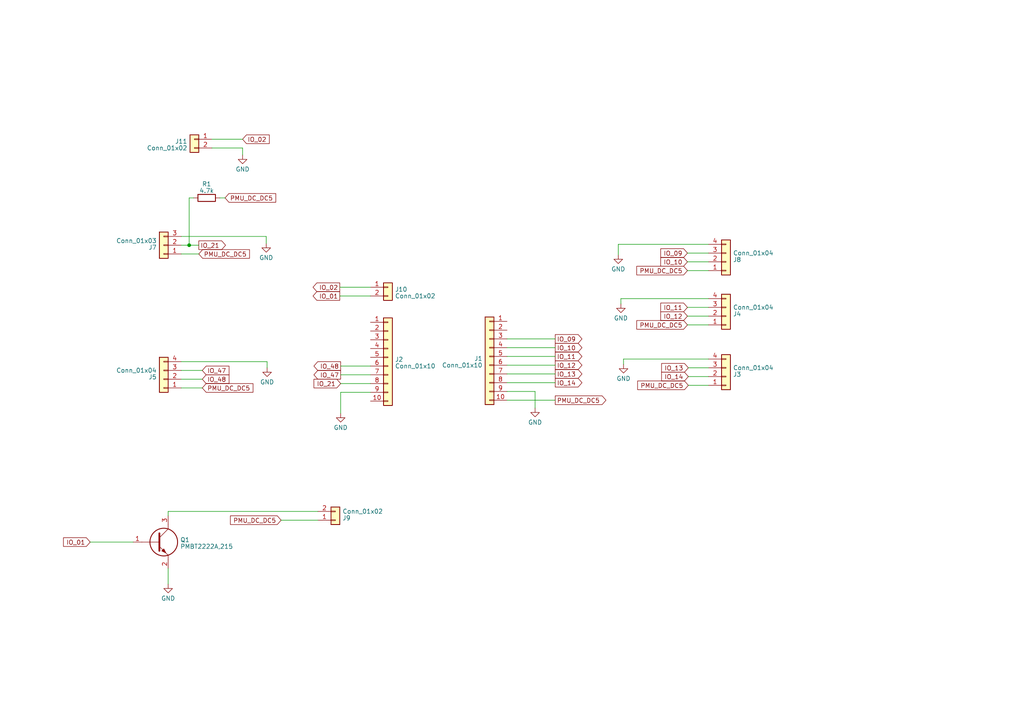
<source format=kicad_sch>
(kicad_sch (version 20230121) (generator eeschema)
  (paper "A4")
  (lib_symbols
    (symbol "Connector_Generic:Conn_01x02" (pin_names (offset 1.016) hide)
      (property "Reference" "J" (at 0 2.54 0))
      (property "Value" "Conn_01x02" (at 0 -5.08 0))
      (symbol "Conn_01x02_1_1"
        (rectangle (start -1.27 -2.413) (end 0 -2.667) (stroke (width 0.1524)))
        (rectangle (start -1.27 0.127) (end 0 -0.127) (stroke (width 0.1524)))
        (rectangle (start -1.27 1.27) (end 1.27 -3.81) (stroke (width 0.254)) (fill (type background)))
        (pin passive line (at -5.08 0 0) (length 3.81) (name "Pin_1") (number "1"))
        (pin passive line (at -5.08 -2.54 0) (length 3.81) (name "Pin_2") (number "2"))
      )
    )
    (symbol "Connector_Generic:Conn_01x03" (pin_names (offset 1.016) hide)
      (property "Reference" "J" (at 0 5.08 0))
      (property "Value" "Conn_01x03" (at 0 -5.08 0))
      (symbol "Conn_01x03_1_1"
        (rectangle (start -1.27 -2.413) (end 0 -2.667) (stroke (width 0.1524)))
        (rectangle (start -1.27 0.127) (end 0 -0.127) (stroke (width 0.1524)))
        (rectangle (start -1.27 2.667) (end 0 2.413) (stroke (width 0.1524)))
        (rectangle (start -1.27 3.81) (end 1.27 -3.81) (stroke (width 0.254)) (fill (type background)))
        (pin passive line (at -5.08 2.54 0) (length 3.81) (name "Pin_1") (number "1"))
        (pin passive line (at -5.08 0 0) (length 3.81) (name "Pin_2") (number "2"))
        (pin passive line (at -5.08 -2.54 0) (length 3.81) (name "Pin_3") (number "3"))
      )
    )
    (symbol "Connector_Generic:Conn_01x04" (pin_names (offset 1.016) hide)
      (property "Reference" "J" (at 0 5.08 0))
      (property "Value" "Conn_01x04" (at 0 -7.62 0))
      (symbol "Conn_01x04_1_1"
        (rectangle (start -1.27 -4.953) (end 0 -5.207) (stroke (width 0.1524)))
        (rectangle (start -1.27 -2.413) (end 0 -2.667) (stroke (width 0.1524)))
        (rectangle (start -1.27 0.127) (end 0 -0.127) (stroke (width 0.1524)))
        (rectangle (start -1.27 2.667) (end 0 2.413) (stroke (width 0.1524)))
        (rectangle (start -1.27 3.81) (end 1.27 -6.35) (stroke (width 0.254)) (fill (type background)))
        (pin passive line (at -5.08 2.54 0) (length 3.81) (name "Pin_1") (number "1"))
        (pin passive line (at -5.08 0 0) (length 3.81) (name "Pin_2") (number "2"))
        (pin passive line (at -5.08 -2.54 0) (length 3.81) (name "Pin_3") (number "3"))
        (pin passive line (at -5.08 -5.08 0) (length 3.81) (name "Pin_4") (number "4"))
      )
    )
    (symbol "Connector_Generic:Conn_01x10" (pin_names (offset 1.016) hide)
      (property "Reference" "J" (at 0 12.7 0))
      (property "Value" "Conn_01x10" (at 0 -15.24 0))
      (symbol "Conn_01x10_1_1"
        (rectangle (start -1.27 -12.573) (end 0 -12.827) (stroke (width 0.1524)))
        (rectangle (start -1.27 -10.033) (end 0 -10.287) (stroke (width 0.1524)))
        (rectangle (start -1.27 -7.493) (end 0 -7.747) (stroke (width 0.1524)))
        (rectangle (start -1.27 -4.953) (end 0 -5.207) (stroke (width 0.1524)))
        (rectangle (start -1.27 -2.413) (end 0 -2.667) (stroke (width 0.1524)))
        (rectangle (start -1.27 0.127) (end 0 -0.127) (stroke (width 0.1524)))
        (rectangle (start -1.27 2.667) (end 0 2.413) (stroke (width 0.1524)))
        (rectangle (start -1.27 5.207) (end 0 4.953) (stroke (width 0.1524)))
        (rectangle (start -1.27 7.747) (end 0 7.493) (stroke (width 0.1524)))
        (rectangle (start -1.27 10.287) (end 0 10.033) (stroke (width 0.1524)))
        (rectangle (start -1.27 11.43) (end 1.27 -13.97) (stroke (width 0.254)) (fill (type background)))
        (pin passive line (at -5.08 10.16 0) (length 3.81) (name "Pin_1") (number "1"))
        (pin passive line (at -5.08 -12.7 0) (length 3.81) (name "Pin_10") (number "10"))
        (pin passive line (at -5.08 7.62 0) (length 3.81) (name "Pin_2") (number "2"))
        (pin passive line (at -5.08 5.08 0) (length 3.81) (name "Pin_3") (number "3"))
        (pin passive line (at -5.08 2.54 0) (length 3.81) (name "Pin_4") (number "4"))
        (pin passive line (at -5.08 0 0) (length 3.81) (name "Pin_5") (number "5"))
        (pin passive line (at -5.08 -2.54 0) (length 3.81) (name "Pin_6") (number "6"))
        (pin passive line (at -5.08 -5.08 0) (length 3.81) (name "Pin_7") (number "7"))
        (pin passive line (at -5.08 -7.62 0) (length 3.81) (name "Pin_8") (number "8"))
        (pin passive line (at -5.08 -10.16 0) (length 3.81) (name "Pin_9") (number "9"))
      )
    )
    (symbol "Device:R" (pin_numbers hide) (pin_names (offset 0))
      (property "Reference" "R" (at 2.032 0 90))
      (property "Value" "R" (at 0 0 90))
      (symbol "R_0_1"
        (rectangle (start -1.016 -2.54) (end 1.016 2.54) (stroke (width 0.254)))
      )
      (symbol "R_1_1"
        (pin passive line (at 0 3.81 270) (length 1.27) (name "~") (number "1"))
        (pin passive line (at 0 -3.81 90) (length 1.27) (name "~") (number "2"))
      )
    )
    (symbol "PMBT2222A_215:PMBT2222A,215" (pin_names (offset 0.762))
      (property "Reference" "Q" (at 13.97 1.27 0))
      (property "Value" "PMBT2222A,215" (at 13.97 -1.27 0))
      (symbol "PMBT2222A,215_0_0"
        (pin passive line (at 0 0 0) (length 2.54) (name "~") (number "1"))
        (pin passive line (at 10.16 -7.62 90) (length 2.54) (name "~") (number "2"))
        (pin passive line (at 10.16 7.62 270) (length 2.54) (name "~") (number "3"))
      )
      (symbol "PMBT2222A,215_0_1"
        (polyline (pts (xy 2.54 0) (xy 7.62 0)) (stroke (width 0.1524)))
        (polyline (pts (xy 7.62 -1.27) (xy 10.16 -3.81)) (stroke (width 0.1524)))
        (polyline (pts (xy 7.62 1.27) (xy 10.16 3.81)) (stroke (width 0.1524)))
        (polyline (pts (xy 7.62 2.54) (xy 7.62 -2.54)) (stroke (width 0.508)))
        (polyline (pts (xy 10.16 -3.81) (xy 10.16 -5.08)) (stroke (width 0.1524)))
        (polyline (pts (xy 10.16 3.81) (xy 10.16 5.08)) (stroke (width 0.1524)))
        (polyline (pts (xy 8.382 -2.54) (xy 8.89 -2.032) (xy 9.398 -3.048) (xy 8.382 -2.54)) (stroke (width 0.254)) (fill (type outline)))
        (circle (center 8.89 0) (radius 4.0132) (stroke (width 0.254)))
      )
    )
    (symbol "power:GND" (power) (pin_names (offset 0))
      (property "Value" "GND" (at 0 -3.81 0))
      (symbol "GND_0_1"
        (polyline (pts (xy 0 0) (xy 0 -1.27) (xy 1.27 -1.27) (xy 0 -2.54) (xy -1.27 -1.27) (xy 0 -1.27)))
      )
      (symbol "GND_1_1"
        (pin power_in line (at 0 0 270) (length 0) hide (name "GND") (number "1"))
      )
    )
  )
  (junction (at 54.864 71.12))
  (wire (pts (xy 147.066 100.838) (xy 161.036 100.838)))
  (wire (pts (xy 180.086 86.614) (xy 180.086 88.138)))
  (wire (pts (xy 54.864 57.404) (xy 54.864 71.12)))
  (wire (pts (xy 179.324 70.866) (xy 179.324 73.914)))
  (wire (pts (xy 199.39 73.406) (xy 205.486 73.406)))
  (wire (pts (xy 70.358 42.926) (xy 61.468 42.926)))
  (wire (pts (xy 98.806 111.252) (xy 107.442 111.252)))
  (wire (pts (xy 98.552 85.852) (xy 107.442 85.852)))
  (wire (pts (xy 147.066 98.298) (xy 161.036 98.298)))
  (wire (pts (xy 63.754 57.404) (xy 65.278 57.404)))
  (wire (pts (xy 205.486 104.14) (xy 180.848 104.14)))
  (wire (pts (xy 98.806 106.172) (xy 107.442 106.172)))
  (wire (pts (xy 81.534 150.876) (xy 92.202 150.876)))
  (wire (pts (xy 52.578 107.442) (xy 58.674 107.442)))
  (wire (pts (xy 98.552 83.312) (xy 107.442 83.312)))
  (wire (pts (xy 56.134 57.404) (xy 54.864 57.404)))
  (wire (pts (xy 199.39 89.154) (xy 205.486 89.154)))
  (wire (pts (xy 147.066 105.918) (xy 161.036 105.918)))
  (wire (pts (xy 98.806 113.792) (xy 98.806 119.888)))
  (wire (pts (xy 199.39 94.234) (xy 205.486 94.234)))
  (wire (pts (xy 52.578 104.902) (xy 77.47 104.902)))
  (wire (pts (xy 52.578 71.12) (xy 54.864 71.12)))
  (wire (pts (xy 52.578 112.522) (xy 58.674 112.522)))
  (wire (pts (xy 70.358 42.926) (xy 70.358 44.958)))
  (wire (pts (xy 98.806 108.712) (xy 107.442 108.712)))
  (wire (pts (xy 147.066 103.378) (xy 161.036 103.378)))
  (wire (pts (xy 199.39 75.946) (xy 205.486 75.946)))
  (wire (pts (xy 199.644 109.22) (xy 205.486 109.22)))
  (wire (pts (xy 52.578 73.66) (xy 57.658 73.66)))
  (wire (pts (xy 155.194 113.538) (xy 155.194 118.364)))
  (wire (pts (xy 77.216 68.58) (xy 77.216 70.612)))
  (wire (pts (xy 48.768 149.606) (xy 48.768 148.336)))
  (wire (pts (xy 205.486 86.614) (xy 180.086 86.614)))
  (wire (pts (xy 52.578 109.982) (xy 58.674 109.982)))
  (wire (pts (xy 147.066 116.078) (xy 161.036 116.078)))
  (wire (pts (xy 199.39 78.486) (xy 205.486 78.486)))
  (wire (pts (xy 54.864 71.12) (xy 57.658 71.12)))
  (wire (pts (xy 48.768 164.846) (xy 48.768 169.418)))
  (wire (pts (xy 199.39 91.694) (xy 205.486 91.694)))
  (wire (pts (xy 147.066 113.538) (xy 155.194 113.538)))
  (wire (pts (xy 180.848 104.14) (xy 180.848 105.664)))
  (wire (pts (xy 38.608 157.226) (xy 26.162 157.226)))
  (wire (pts (xy 147.066 108.458) (xy 161.036 108.458)))
  (wire (pts (xy 77.47 104.902) (xy 77.47 106.68)))
  (wire (pts (xy 147.066 110.998) (xy 161.036 110.998)))
  (wire (pts (xy 52.578 68.58) (xy 77.216 68.58)))
  (wire (pts (xy 199.644 106.68) (xy 205.486 106.68)))
  (wire (pts (xy 205.486 70.866) (xy 179.324 70.866)))
  (wire (pts (xy 48.768 148.336) (xy 92.202 148.336)))
  (wire (pts (xy 70.358 40.386) (xy 61.468 40.386)))
  (wire (pts (xy 98.806 113.792) (xy 107.442 113.792)))
  (wire (pts (xy 199.644 111.76) (xy 205.486 111.76)))
  (global_label "IO_48" (shape input) (at 58.674 109.982 0) (property "Intersheetrefs" "${INTERSHEET_REFS}" (effects hide)))
  (global_label "PMU_DC_DC5" (shape input) (at 58.674 112.522 0) (property "Intersheetrefs" "${INTERSHEET_REFS}" (effects hide)))
  (global_label "IO_14" (shape input) (at 199.644 109.22 180) (property "Intersheetrefs" "${INTERSHEET_REFS}" (effects hide)))
  (global_label "PMU_DC_DC5" (shape input) (at 57.658 73.66 0) (property "Intersheetrefs" "${INTERSHEET_REFS}" (effects hide)))
  (global_label "IO_10" (shape input) (at 199.39 75.946 180) (property "Intersheetrefs" "${INTERSHEET_REFS}" (effects hide)))
  (global_label "IO_14" (shape output) (at 161.036 110.998 0) (property "Intersheetrefs" "${INTERSHEET_REFS}" (effects hide)))
  (global_label "IO_02" (shape output) (at 98.552 83.312 180) (property "Intersheetrefs" "${INTERSHEET_REFS}" (effects hide)))
  (global_label "IO_47" (shape output) (at 98.806 108.712 180) (property "Intersheetrefs" "${INTERSHEET_REFS}" (effects hide)))
  (global_label "PMU_DC_DC5" (shape input) (at 65.278 57.404 0) (property "Intersheetrefs" "${INTERSHEET_REFS}" (effects hide)))
  (global_label "IO_09" (shape input) (at 199.39 73.406 180) (property "Intersheetrefs" "${INTERSHEET_REFS}" (effects hide)))
  (global_label "IO_01" (shape input) (at 26.162 157.226 180) (property "Intersheetrefs" "${INTERSHEET_REFS}" (effects hide)))
  (global_label "IO_11" (shape input) (at 199.39 89.154 180) (property "Intersheetrefs" "${INTERSHEET_REFS}" (effects hide)))
  (global_label "PMU_DC_DC5" (shape input) (at 81.534 150.876 180) (property "Intersheetrefs" "${INTERSHEET_REFS}" (effects hide)))
  (global_label "PMU_DC_DC5" (shape input) (at 199.39 78.486 180) (property "Intersheetrefs" "${INTERSHEET_REFS}" (effects hide)))
  (global_label "IO_48" (shape output) (at 98.806 106.172 180) (property "Intersheetrefs" "${INTERSHEET_REFS}" (effects hide)))
  (global_label "IO_13" (shape input) (at 199.644 106.68 180) (property "Intersheetrefs" "${INTERSHEET_REFS}" (effects hide)))
  (global_label "IO_01" (shape output) (at 98.552 85.852 180) (property "Intersheetrefs" "${INTERSHEET_REFS}" (effects hide)))
  (global_label "PMU_DC_DC5" (shape output) (at 161.036 116.078 0) (property "Intersheetrefs" "${INTERSHEET_REFS}" (effects hide)))
  (global_label "PMU_DC_DC5" (shape input) (at 199.39 94.234 180) (property "Intersheetrefs" "${INTERSHEET_REFS}" (effects hide)))
  (global_label "IO_12" (shape output) (at 161.036 105.918 0) (property "Intersheetrefs" "${INTERSHEET_REFS}" (effects hide)))
  (global_label "PMU_DC_DC5" (shape input) (at 199.644 111.76 180) (property "Intersheetrefs" "${INTERSHEET_REFS}" (effects hide)))
  (global_label "IO_02" (shape input) (at 70.358 40.386 0) (property "Intersheetrefs" "${INTERSHEET_REFS}" (effects hide)))
  (global_label "IO_13" (shape output) (at 161.036 108.458 0) (property "Intersheetrefs" "${INTERSHEET_REFS}" (effects hide)))
  (global_label "IO_12" (shape input) (at 199.39 91.694 180) (property "Intersheetrefs" "${INTERSHEET_REFS}" (effects hide)))
  (global_label "IO_47" (shape input) (at 58.674 107.442 0) (property "Intersheetrefs" "${INTERSHEET_REFS}" (effects hide)))
  (global_label "IO_09" (shape output) (at 161.036 98.298 0) (property "Intersheetrefs" "${INTERSHEET_REFS}" (effects hide)))
  (global_label "IO_21" (shape output) (at 57.658 71.12 0) (property "Intersheetrefs" "${INTERSHEET_REFS}" (effects hide)))
  (global_label "IO_11" (shape output) (at 161.036 103.378 0) (property "Intersheetrefs" "${INTERSHEET_REFS}" (effects hide)))
  (global_label "IO_21" (shape input) (at 98.806 111.252 180) (property "Intersheetrefs" "${INTERSHEET_REFS}" (effects hide)))
  (global_label "IO_10" (shape output) (at 161.036 100.838 0) (property "Intersheetrefs" "${INTERSHEET_REFS}" (effects hide)))
  (symbol (lib_id "Connector_Generic:Conn_01x04") (at 47.498 109.982 180) (unit 1)
    (property "Reference" "J5" (at 45.466 109.3557 0) (effects (justify left)))
    (property "Value" "Conn_01x04" (at 45.466 107.4347 0) (effects (justify left)))
    (property "Footprint" "Empreintes:1989764" (effects hide))
  )
  (symbol (lib_id "Connector_Generic:Conn_01x03") (at 47.498 71.12 180) (unit 1)
    (property "Reference" "J7" (at 45.466 71.7637 0) (effects (justify left)))
    (property "Value" "Conn_01x03" (at 45.466 69.8427 0) (effects (justify left)))
    (property "Footprint" "Empreintes:1989764" (effects hide))
  )
  (symbol (lib_id "power:GND") (at 77.47 106.68 0) (unit 1)
    (property "Reference" "#PWR08" (effects hide))
    (property "Value" "GND" (at 77.47 110.8155 0))
  )
  (symbol (lib_id "Connector_Generic:Conn_01x02") (at 112.522 83.312 0) (unit 1)
    (property "Reference" "J10" (at 114.554 83.9383 0) (effects (justify left)))
    (property "Value" "Conn_01x02" (at 114.554 85.8593 0) (effects (justify left)))
    (property "Footprint" "Connector_PinHeader_2.54mm:PinHeader_1x02_P2.54mm_Vertical" (effects hide))
  )
  (symbol (lib_id "power:GND") (at 48.768 169.418 0) (unit 1)
    (property "Reference" "#PWR09" (effects hide))
    (property "Value" "GND" (at 48.768 173.5535 0))
  )
  (symbol (lib_id "Connector_Generic:Conn_01x10") (at 141.986 103.378 0) (mirror y) (unit 1)
    (property "Reference" "J1" (at 139.954 104.0043 0) (effects (justify left)))
    (property "Value" "Conn_01x10" (at 139.954 105.9253 0) (effects (justify left)))
    (property "Footprint" "Connector_PinHeader_2.54mm:PinHeader_1x10_P2.54mm_Vertical" (effects hide))
  )
  (symbol (lib_id "Device:R") (at 59.944 57.404 270) (unit 1)
    (property "Reference" "R1" (at 59.944 53.3781 90))
    (property "Value" "4.7k" (at 59.944 55.2991 90))
    (property "Footprint" "Resistor_SMD:R_0603_1608Metric" (effects hide))
  )
  (symbol (lib_id "power:GND") (at 70.358 44.958 0) (unit 1)
    (property "Reference" "#PWR010" (effects hide))
    (property "Value" "GND" (at 70.358 49.0935 0))
  )
  (symbol (lib_id "power:GND") (at 180.086 88.138 0) (unit 1)
    (property "Reference" "#PWR04" (effects hide))
    (property "Value" "GND" (at 180.086 92.2735 0))
  )
  (symbol (lib_id "Connector_Generic:Conn_01x04") (at 210.566 91.694 0) (mirror x) (unit 1)
    (property "Reference" "J4" (at 212.598 91.0677 0) (effects (justify left)))
    (property "Value" "Conn_01x04" (at 212.598 89.1467 0) (effects (justify left)))
    (property "Footprint" "Empreintes:1989764" (effects hide))
  )
  (symbol (lib_id "Connector_Generic:Conn_01x02") (at 56.388 40.386 0) (mirror y) (unit 1)
    (property "Reference" "J11" (at 54.356 41.0123 0) (effects (justify left)))
    (property "Value" "Conn_01x02" (at 54.356 42.9333 0) (effects (justify left)))
    (property "Footprint" "Connector_JST:JST_PH_B2B-PH-K_1x02_P2.00mm_Vertical" (effects hide))
  )
  (symbol (lib_id "Connector_Generic:Conn_01x10") (at 112.522 103.632 0) (unit 1)
    (property "Reference" "J2" (at 114.554 104.2583 0) (effects (justify left)))
    (property "Value" "Conn_01x10" (at 114.554 106.1793 0) (effects (justify left)))
    (property "Footprint" "Connector_PinHeader_2.54mm:PinHeader_1x10_P2.54mm_Vertical" (effects hide))
  )
  (symbol (lib_id "power:GND") (at 77.216 70.612 0) (unit 1)
    (property "Reference" "#PWR06" (effects hide))
    (property "Value" "GND" (at 77.216 74.7475 0))
  )
  (symbol (lib_id "Connector_Generic:Conn_01x02") (at 97.282 150.876 0) (mirror x) (unit 1)
    (property "Reference" "J9" (at 99.314 150.2497 0) (effects (justify left)))
    (property "Value" "Conn_01x02" (at 99.314 148.3287 0) (effects (justify left)))
    (property "Footprint" "Connector_JST:JST_PH_B2B-PH-K_1x02_P2.00mm_Vertical" (effects hide))
  )
  (symbol (lib_id "PMBT2222A_215:PMBT2222A,215") (at 38.608 157.226 0) (unit 1)
    (property "Reference" "Q1" (at 52.2732 156.5823 0) (effects (justify left)))
    (property "Value" "PMBT2222A,215" (at 52.2732 158.5033 0) (effects (justify left)))
    (property "Footprint" "Empreintes:PMBT2222A215" (effects hide))
    (property "Datasheet" "https://assets.nexperia.com/documents/data-sheet/PMBT2222A.pdf" (effects hide))
    (property "Description" "PMBT2222; PMBT2222A - NPN switching transistors" (effects hide))
    (property "Height" "1.1" (effects hide))
    (property "Mouser Part Number" "771-PMBT2222A-T/R" (effects hide))
    (property "Mouser Price/Stock" "https://www.mouser.co.uk/ProductDetail/Nexperia/PMBT2222A215?qs=LOCUfHb8d9u7n2jbGrJFWg%3D%3D" (effects hide))
    (property "Manufacturer_Name" "Nexperia" (effects hide))
    (property "Manufacturer_Part_Number" "PMBT2222A,215" (effects hide))
  )
  (symbol (lib_id "power:GND") (at 155.194 118.364 0) (unit 1)
    (property "Reference" "#PWR01" (effects hide))
    (property "Value" "GND" (at 155.194 122.4995 0))
  )
  (symbol (lib_id "power:GND") (at 180.848 105.664 0) (unit 1)
    (property "Reference" "#PWR03" (effects hide))
    (property "Value" "GND" (at 180.848 109.7995 0))
  )
  (symbol (lib_id "Connector_Generic:Conn_01x04") (at 210.566 109.22 0) (mirror x) (unit 1)
    (property "Reference" "J3" (at 212.598 108.5937 0) (effects (justify left)))
    (property "Value" "Conn_01x04" (at 212.598 106.6727 0) (effects (justify left)))
    (property "Footprint" "Empreintes:1989764" (effects hide))
  )
  (symbol (lib_id "power:GND") (at 179.324 73.914 0) (unit 1)
    (property "Reference" "#PWR05" (effects hide))
    (property "Value" "GND" (at 179.324 78.0495 0))
  )
  (symbol (lib_id "power:GND") (at 98.806 119.888 0) (unit 1)
    (property "Reference" "#PWR02" (effects hide))
    (property "Value" "GND" (at 98.806 124.0235 0))
  )
  (symbol (lib_id "Connector_Generic:Conn_01x04") (at 210.566 75.946 0) (mirror x) (unit 1)
    (property "Reference" "J8" (at 212.598 75.3197 0) (effects (justify left)))
    (property "Value" "Conn_01x04" (at 212.598 73.3987 0) (effects (justify left)))
    (property "Footprint" "Empreintes:1989764" (effects hide))
  )
  (sheet (at 312.42 0.508) (size 328.676 209.55) (stroke (width 0.1524))
    (property "Sheetname" "HX711" (at 312.928 -1.524 0) (effects (justify left bottom)))
    (property "Sheetfile" "untitled.kicad_sch" (at 312.42 170.0026 0) (effects (justify left top)))
  )
)
</source>
